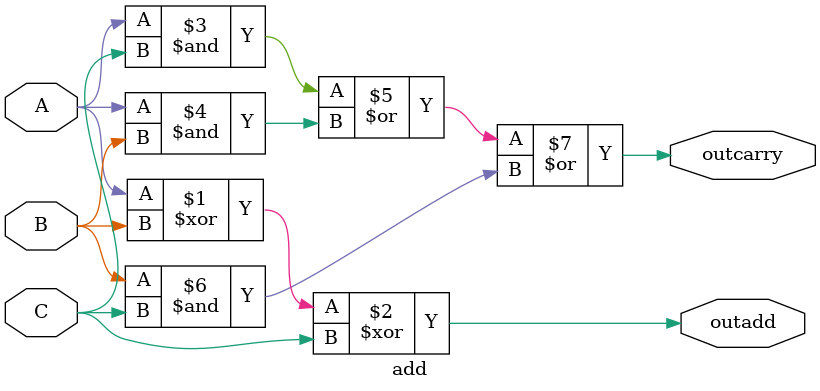
<source format=v>
`timescale 1ns / 1ps
module add(
    input A,
    input B,
    input C,
 	 output outadd,
	 output outcarry
    );
	 

	assign outadd = (A ^ B) ^ C;
	assign outcarry = (A&C) | (A&B) | (B&C);

endmodule

</source>
